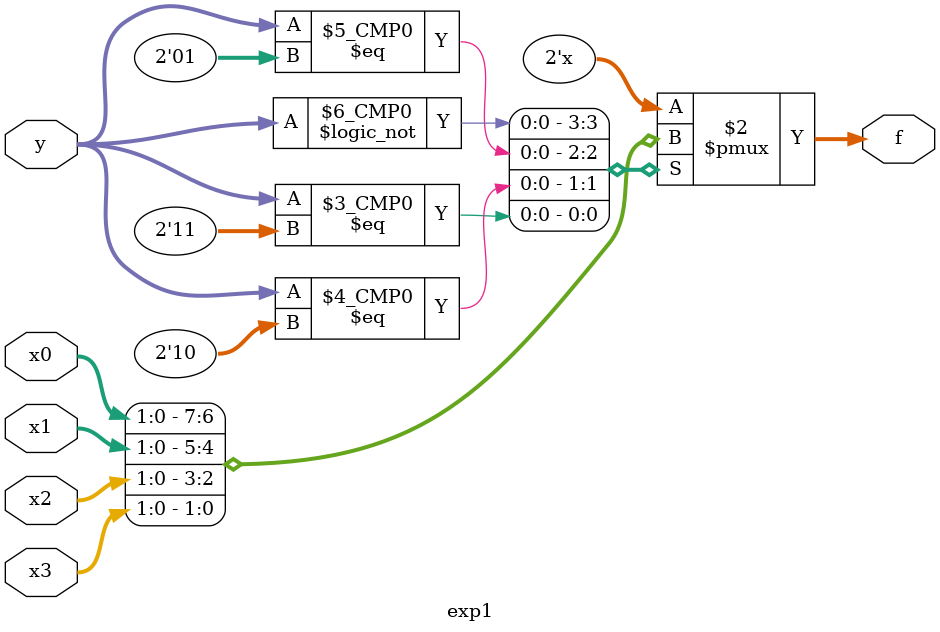
<source format=v>
module exp1 (
    y,x0,x1,x2,x3,f
);
    input [1:0] y,x0,x1,x2,x3;
    output reg [1:0] f;
    always @(y or x0 or x1 or x2 or x3) begin
        case (y)
            0: f=x0;
            1: f=x1;
            2: f=x2;
            3: f=x3;
            default: f=2'b00;
        endcase
    end

endmodule
</source>
